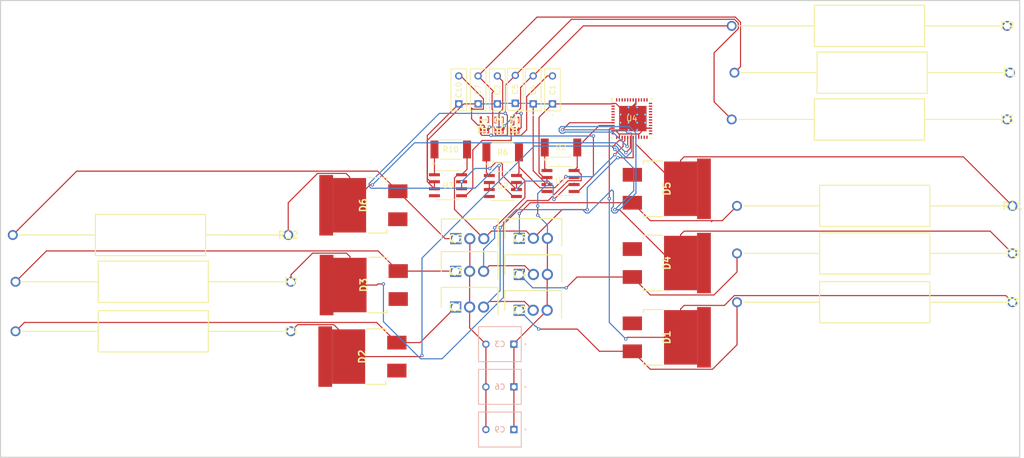
<source format=kicad_pcb>
(kicad_pcb (version 20240108) (generator "pcbnew") (generator_version "8.0")
  (layers (0 "F.Cu" signal) (31 "B.Cu" signal) (34 "B.Paste" user) (35 "F.Paste" user) (36 "B.SilkS" user "B.Silkscreen") (37 "F.SilkS" user "F.Silkscreen") (38 "B.Mask" user) (39 "F.Mask" user) (44 "Edge.Cuts" user))
  (net 0 "")
  (net 1 "Net-(IC3-B)")
  (net 2 "GND")
  (net 3 "Net-(IC2-B)")
  (net 4 "/ATV Motor Driver/Supply")
  (net 5 "Net-(IC1-B)")
  (net 7 "/ATV Motor Driver/GL_A")
  (net 8 "Net-(D1-A)")
  (net 11 "/ATV Motor Driver/GH_A")
  (net 13 "Net-(D2-A)")
  (net 15 "/ATV Motor Driver/GH_B")
  (net 16 "Net-(D3-A)")
  (net 20 "Net-(D4-A)")
  (net 21 "/ATV Motor Driver/GL_B")
  (net 24 "Net-(D5-A)")
  (net 25 "/ATV Motor Driver/GL_C")
  (net 28 "/ATV Motor Driver/GH_C")
  (net 29 "Net-(D6-A)")
  (net 30 "/ATV Motor Driver/VCC")
  (net 31 "/ATV Motor Driver/CURRENT_FILTER")
  (net 32 "/ATV Motor Driver/SH_A")
  (net 33 "/ATV Motor Driver/SH_B")
  (net 34 "/ATV Motor Driver/SH_C")
  (net 35 "/ATV Motor Driver/CURRENT_A")
  (net 36 "/ATV Motor Driver/PH_A")
  (net 37 "/ATV Motor Driver/CURRENT_B")
  (net 38 "/ATV Motor Driver/PH_B")
  (net 39 "/ATV Motor Driver/CURRENT_C")
  (net 40 "/ATV Motor Driver/PH_C")
  (net 41 "/ATV Motor Driver/SW1")
  (net 44 "/ATV Motor Driver/SW2")
  (net 45 "/ATV Motor Driver/SW3")
  (net 47 "/DRV8350rhrgzr/INHA")
  (net 51 "/DRV8350rhrgzr/INHB")
  (net 54 "/DRV8350rhrgzr/INLA")
  (net 55 "/DRV8350rhrgzr/INHC")
  (net 56 "/DRV8350rhrgzr/INLB")
  (net 77 "/DRV8350rhrgzr/INLC")
  (footprint "ATV_Footprint:RES_VMS-R500-1.0-U_IAT" (layer "F.Cu") (at 132.1488 57.105)
    (property "Reference" "R6")
    (property "Value" "VMS-R500-1.0-U")
  )
  (footprint "ATV_Footprint:RESAD5000W100L2000D750" (layer "F.Cu") (at 93.2212 72.105 180)
    (property "Reference" "R12")
    (property "Value" "WHE1K0FET" (hide yes))
  )
  (footprint "ATV_Footprint:CAP_R82E-7P4X2P6-5P0_KEM" (layer "F.Cu") (at 137.685 48.28 90)
    (property "Reference" "C4")
    (property "Value" "R82EC1100AA50J")
  )
  (footprint "ATV_Footprint:RGZ0048L" (layer "F.Cu") (at 155.585001 50.949999)
    (property "Reference" "U4")
    (property "Value" "DRV8350RHRGZR")
  )
  (footprint "ATV_Footprint:YQ30NL10SEFHTL" (layer "F.Cu") (at 106.435 94.2 90)
    (property "Reference" "D2")
    (property "Value" "YQ20NL10SDTL" (hide yes))
  )
  (footprint "ATV_Footprint:TO254P500X1010X2050-3P" (layer "F.Cu") (at 123.645 72.775)
    (property "Reference" "Q5")
    (property "Value" "R6020ENXC7G" (hide yes))
  )
  (footprint "ATV_Footprint:CAP_R82E-7P4X2P6-5P0_KEM" (layer "F.Cu") (at 131.185 48.28 90)
    (property "Reference" "C2")
    (property "Value" "R82EC2150AA50K")
  )
  (footprint "ATV_Footprint:R_8_ADI" (layer "F.Cu") (at 122.2212 63.065)
    (property "Reference" "U3")
    (property "Value" "AD8418WBRZ")
  )
  (footprint "ATV_Footprint:RESAD5000W100L2000D750" (layer "F.Cu") (at 93.7212 89.605 180)
    (property "Reference" "R4")
    (property "Value" "WHE1K0FET" (hide yes))
  )
  (footprint "ATV_Footprint:YQ30NL10SEFHTL" (layer "F.Cu") (at 162.185 63.7 -90)
    (property "Reference" "D5")
    (property "Value" "YQ20NL10SDTL" (hide yes))
  )
  (footprint "ATV_Footprint:YQ30NL10SEFHTL" (layer "F.Cu") (at 106.6084 66.7005 90)
    (property "Reference" "D6")
    (property "Value" "YQ20NL10SDTL" (hide yes))
  )
  (footprint "ATV_Footprint:R_8_ADI" (layer "F.Cu") (at 132.185 63.2)
    (property "Reference" "U2")
    (property "Value" "AD8418WBRZ")
  )
  (footprint "ATV_Footprint:RESAD5000W100L2000D750" (layer "F.Cu") (at 224.2212 42.605 180)
    (property "Reference" "R1")
    (property "Value" "WHE1K0FET" (hide yes))
  )
  (footprint "ATV_Footprint:TO254P500X1010X2050-3P" (layer "F.Cu") (at 135.185 72.7)
    (property "Reference" "Q6")
    (property "Value" "R6020ENXC7G" (hide yes))
  )
  (footprint "ATV_Footprint:RESAD5000W100L2000D750" (layer "F.Cu") (at 93.7212 80.605 180)
    (property "Reference" "R7")
    (property "Value" "WHE1K0FET" (hide yes))
  )
  (footprint "ATV_Footprint:RESAD5000W100L2000D750" (layer "F.Cu") (at 224.685 75.45 180)
    (property "Reference" "R8")
    (property "Value" "WHE1K0FET" (hide yes))
  )
  (footprint "ATV_Footprint:SOT65P210X110-5N" (layer "F.Cu") (at 128.835 52.0956 90)
    (property "Reference" "IC1")
    (property "Value" "SN74LVC1G66DCKR" (hide yes))
  )
  (footprint "ATV_Footprint:YQ30NL10SEFHTL" (layer "F.Cu") (at 106.685 81.2 90)
    (property "Reference" "D3")
    (property "Value" "YQ20NL10SDTL" (hide yes))
  )
  (footprint "ATV_Footprint:YQ30NL10SEFHTL" (layer "F.Cu") (at 162.185 90.7 -90)
    (property "Reference" "D1")
    (property "Value" "YQ20NL10SDTL" (hide yes))
  )
  (footprint "ATV_Footprint:RESAD5000W100L2000D750" (layer "F.Cu") (at 224.685 84.315 180)
    (property "Reference" "R3")
    (property "Value" "WHE1K0FET" (hide yes))
  )
  (footprint "ATV_Footprint:TO254P500X1010X2050-3P" (layer "F.Cu") (at 135.145 85.775)
    (property "Reference" "Q2")
    (property "Value" "R6020ENXC7G" (hide yes))
  )
  (footprint "ATV_Footprint:R_8_ADI" (layer "F.Cu") (at 142.6488 62.295)
    (property "Reference" "U1")
    (property "Value" "AD8418WBRZ")
  )
  (footprint "ATV_Footprint:RES_VMS-R500-1.0-U_IAT" (layer "F.Cu") (at 142.7283 56.2)
    (property "Reference" "R2")
    (property "Value" "VMS-R500-1.0-U")
  )
  (footprint "ATV_Footprint:SOT65P210X110-5N" (layer "F.Cu") (at 134.335 52.1456 90)
    (property "Reference" "IC3")
    (property "Value" "SN74LVC1G66DCKR" (hide yes))
  )
  (footprint "ATV_Footprint:RES_VMS-R500-1.0-U_IAT" (layer "F.Cu") (at 122.7212 56.565)
    (property "Reference" "R10")
    (property "Value" "VMS-R500-1.0-U")
  )
  (footprint "ATV_Footprint:TO254P500X1010X2050-3P" (layer "F.Cu") (at 123.605 78.7)
    (property "Reference" "Q3")
    (property "Value" "R6020ENXC7G" (hide yes))
  )
  (footprint "ATV_Footprint:TO254P500X1010X2050-3P" (layer "F.Cu") (at 135.185 79.275)
    (property "Reference" "Q4")
    (property "Value" "R6020ENXC7G" (hide yes))
  )
  (footprint "ATV_Footprint:YQ30NL10SEFHTL" (layer "F.Cu") (at 162.185 77.2 -90)
    (property "Reference" "D4")
    (property "Value" "YQ20NL10SDTL" (hide yes))
  )
  (footprint "ATV_Footprint:CAP_R82E-7P4X2P6-5P0_KEM" (layer "F.Cu") (at 124.185 48.28 90)
    (property "Reference" "C10")
    (property "Value" "R82EC2150AA50K")
  )
  (footprint "ATV_Footprint:RESAD5000W100L2000D750" (layer "F.Cu") (at 224.685 66.815 180)
    (property "Reference" "R11")
    (property "Value" "WHE1K0FET" (hide yes))
  )
  (footprint "ATV_Footprint:CAP_R82E-7P4X2P6-5P0_KEM" (layer "F.Cu") (at 127.685 48.28 90)
    (property "Reference" "C7")
    (property "Value" "R82EC1100AA50J")
  )
  (footprint "ATV_Footprint:TO254P500X1010X2050-3P" (layer "F.Cu") (at 123.605 85.2)
    (property "Reference" "Q1")
    (property "Value" "R6020ENXC7G" (hide yes))
  )
  (footprint "ATV_Footprint:CAP_R82E-7P4X2P6-5P0_KEM" (layer "F.Cu") (at 141.185 48.28 90)
    (property "Reference" "C1")
    (property "Value" "R82EC2150AA50K")
  )
  (footprint "ATV_Footprint:CAP_R82E-7P4X2P6-5P0_KEM" (layer "F.Cu") (at 134.4386 48.1756 90)
    (property "Reference" "C5")
    (property "Value" "R82EC1100AA50J")
  )
  (footprint "ATV_Footprint:SOT65P210X110-5N" (layer "F.Cu") (at 131.485 52.1456 90)
    (property "Reference" "IC2")
    (property "Value" "SN74LVC1G66DCKR" (hide yes))
  )
  (footprint "ATV_Footprint:RESAD5000W100L2000D750" (layer "F.Cu") (at 223.7212 51.105 180)
    (property "Reference" "R5")
    (property "Value" "WHE1K0FET" (hide yes))
  )
  (footprint "ATV_Footprint:RESAD5000W100L2000D750" (layer "F.Cu") (at 223.7212 34.105 180)
    (property "Reference" "R9")
    (property "Value" "WHE1K0FET" (hide yes))
  )
  (footprint "ATV_Footprint:CAP_R82E-7P5X6P1-5P0_KEM" (layer "B.Cu") (at 134.185 99.7 180)
    (property "Reference" "C6")
    (property "Value" "R82EC4100DQ70J")
  )
  (footprint "ATV_Footprint:CAP_R82E-7P5X6P1-5P0_KEM" (layer "B.Cu") (at 134.185 107.4564 180)
    (property "Reference" "C9")
    (property "Value" "R82EC4100DQ70J")
  )
  (footprint "ATV_Footprint:CAP_R82E-7P5X6P1-5P0_KEM" (layer "B.Cu") (at 134.185 91.9436 180)
    (property "Reference" "C3")
    (property "Value" "R82EC4100DQ70J")
  )
  (gr_rect (start 41 29.5) (end 226 112.5) (stroke (width 0.2)) (fill none) (layer "Edge.Cuts"))
  (segment (start 140.251054 43.2) (end 136.5 46.951054) (width 0.2) (layer "F.Cu") (net 1))
  (segment (start 136.5 46.951054) (end 136.5 52.9806) (width 0.2) (layer "F.Cu") (net 1))
  (segment (start 134.435 53.9956) (end 134.335 53.8956) (width 0.2) (layer "F.Cu") (net 1))
  (segment (start 135.485 53.9956) (end 134.435 53.9956) (width 0.2) (layer "F.Cu") (net 1))
  (segment (start 136.5 52.9806) (end 135.485 53.9956) (width 0.2) (layer "F.Cu") (net 1))
  (segment (start 134.335 53.8956) (end 134.335 53.0956) (width 0.2) (layer "F.Cu") (net 1))
  (segment (start 141.185 43.2) (end 140.251054 43.2) (width 0.2) (layer "F.Cu") (net 1))
  (segment (start 152.185 48.199999) (end 152.705 48.199999) (width 0.2) (layer "F.Cu") (net 2))
  (segment (start 154.935 50.949999) (end 155.025818 50.949999) (width 0.2) (layer "F.Cu") (net 2))
  (segment (start 127.685 48.28) (end 125.1 48.28) (width 0.2) (layer "F.Cu") (net 2))
  (segment (start 134.985 53.0956) (end 135.5 52.5806) (width 0.2) (layer "F.Cu") (net 2))
  (segment (start 153.155821 53.2) (end 154.438003 51.917818) (width 0.2) (layer "F.Cu") (net 2))
  (segment (start 158.5 52.700001) (end 158.985002 52.700001) (width 0.2) (layer "F.Cu") (net 2))
  (segment (start 153.335 53.830003) (end 153.335 54.35) (width 0.2) (layer "F.Cu") (net 2))
  (segment (start 124.185 48.28) (end 118.4668 53.9982) (width 0.2) (layer "F.Cu") (net 2))
  (segment (start 140.225 85.775) (end 140.225 79.315) (width 0.2) (layer "F.Cu") (net 2))
  (segment (start 156.330183 50.759997) (end 156.758817 50.759997) (width 0.2) (layer "F.Cu") (net 2))
  (segment (start 132.4 52.8306) (end 132.135 53.0956) (width 0.2) (layer "F.Cu") (net 2))
  (segment (start 140.265 72.7) (end 140.265 79.275) (width 0.2) (layer "F.Cu") (net 2))
  (segment (start 138.7477 60.8227) (end 139.585 61.66) (width 0.2) (layer "F.Cu") (net 2))
  (segment (start 118.4668 53.9982) (end 118.4668 62.4094) (width 0.2) (layer "F.Cu") (net 2))
  (segment (start 154.084999 49.579998) (end 154.084999 50.099998) (width 0.2) (layer "F.Cu") (net 2))
  (segment (start 125.1 48.28) (end 118.4668 54.9132) (width 0.2) (layer "F.Cu") (net 2))
  (segment (start 132.4 52.291358) (end 132.4 52.8306) (width 0.2) (layer "F.Cu") (net 2))
  (segment (start 156.008002 50.437816) (end 156.330183 50.759997) (width 0.2) (layer "F.Cu") (net 2))
  (segment (start 134.185 107.4564) (end 134.185 99.7) (width 0.2) (layer "F.Cu") (net 2))
  (segment (start 129.735 52.5) (end 129.735 52.7956) (width 0.2) (layer "F.Cu") (net 2))
  (segment (start 119.0462 62.43) (end 119.7574 62.43) (width 0.2) (layer "F.Cu") (net 2))
  (segment (start 152.705 53.2) (end 153.155821 53.2) (width 0.2) (layer "F.Cu") (net 2))
  (segment (start 156.008002 48.67218) (end 156.008002 50.437816) (width 0.2) (layer "F.Cu") (net 2))
  (segment (start 152.104999 48.28) (end 152.185 48.199999) (width 0.2) (layer "F.Cu") (net 2))
  (segment (start 153.335 53.83) (end 152.705 53.2) (width 0.2) (layer "F.Cu") (net 2))
  (segment (start 134.185 91.815) (end 134.185 91.9436) (width 0.2) (layer "F.Cu") (net 2))
  (segment (start 155.025818 50.949999) (end 155.735003 50.240814) (width 0.2) (layer "F.Cu") (net 2))
  (segment (start 156.835001 53.83) (end 156.755002 53.750001) (width 0.2) (layer "F.Cu") (net 2))
  (segment (start 118.4668 54.9132) (end 118.4668 61.8506) (width 0.2) (layer "F.Cu") (net 2))
  (segment (start 158.985002 52.700001) (end 157.965003 52.700001) (width 0.2) (layer "F.Cu") (net 2))
  (segment (start 154.084999 50.099998) (end 154.935 50.949999) (width 0.2) (layer "F.Cu") (net 2))
  (segment (start 157.461002 51.917818) (end 158.243185 52.700001) (width 0.2) (layer "F.Cu") (net 2))
  (segment (start 141.185 48.28) (end 152.104999 48.28) (width 0.2) (layer "F.Cu") (net 2))
  (segment (start 137.685 60.43) (end 140.185 62.93) (width 0.2) (layer "F.Cu") (net 2))
  (segment (start 155.735003 48.669995) (end 156.335002 48.069996) (width 0.2) (layer "F.Cu") (net 2))
  (segment (start 156.335002 48.069996) (end 156.335002 47.549998) (width 0.2) (layer "F.Cu") (net 2))
  (segment (start 156.835001 54.35) (end 156.835001 53.83) (width 0.2) (layer "F.Cu") (net 2))
  (segment (start 118.4668 62.4094) (end 119.7574 63.7) (width 0.2) (layer "F.Cu") (net 2))
  (segment (start 118.4668 61.8506) (end 119.0462 62.43) (width 0.2) (layer "F.Cu") (net 2))
  (segment (start 140.225 79.315) (end 140.265 79.275) (width 0.2) (layer "F.Cu") (net 2))
  (segment (start 154.438003 51.462182) (end 154.950186 50.949999) (width 0.2) (layer "F.Cu") (net 2))
  (segment (start 119.7574 62.43) (end 119.7574 63.7) (width 0.2) (layer "F.Cu") (net 2))
  (segment (start 153.415002 53.750001) (end 153.335 53.830003) (width 0.2) (layer "F.Cu") (net 2))
  (segment (start 152.705 53.2) (end 152.185 53.2) (width 0.2) (layer "F.Cu") (net 2))
  (segment (start 138.7477 50.7173) (end 138.7477 60.8227) (width 0.2) (layer "F.Cu") (net 2))
  (segment (start 156.335002 48.34518) (end 156.008002 48.67218) (width 0.2) (layer "F.Cu") (net 2))
  (segment (start 154.950186 50.949999) (end 155.773002 50.949999) (width 0.2) (layer "F.Cu") (net 2))
  (segment (start 140.185 61.66) (end 140.185 62.93) (width 0.2) (layer "F.Cu") (net 2))
  (segment (start 154.438003 51.917818) (end 154.438003 51.462182) (width 0.2) (layer "F.Cu") (net 2))
  (segment (start 152.705 48.199999) (end 154.084999 49.579998) (width 0.2) (layer "F.Cu") (net 2))
  (segment (start 156.755002 53.750001) (end 153.415002 53.750001) (width 0.2) (layer "F.Cu") (net 2))
  (segment (start 138.5 68.5) (end 138.5 66.84) (width 0.2) (layer "F.Cu") (net 2))
  (segment (start 157.461002 51.462182) (end 157.461002 51.917818) (width 0.2) (layer "F.Cu") (net 2))
  (segment (start 129.735 52.7956) (end 129.485 53.0456) (width 0.2) (layer "F.Cu") (net 2))
  (segment (start 135.5 52.5806) (end 135.5 50) (width 0.2) (layer "F.Cu") (net 2))
  (segment (start 156.335002 47.549998) (end 156.335002 48.34518) (width 0.2) (layer "F.Cu") (net 2))
  (segment (start 137.685 48.28) (end 137.685 60.43) (width 0.2) (layer "F.Cu") (net 2))
  (segment (start 129.7212 62.565) (end 129.7212 63.835) (width 0.2) (layer "F.Cu") (net 2))
  (segment (start 139.585 61.66) (end 140.185 61.66) (width 0.2) (layer "F.Cu") (net 2))
  (segment (start 134.185 91.9436) (end 134.185 99.7) (width 0.2) (layer "F.Cu") (net 2))
  (segment (start 153.335 54.35) (end 153.335 53.83) (width 0.2) (layer "F.Cu") (net 2))
  (segment (start 141.185 48.28) (end 138.7477 50.7173) (width 0.2) (layer "F.Cu") (net 2))
  (segment (start 140.225 85.775) (end 134.185 91.815) (width 0.2) (layer "F.Cu") (net 2))
  (segment (start 157.965003 52.700001) (end 156.835001 53.830003) (width 0.2) (layer "F.Cu") (net 2))
  (segment (start 155.735003 50.240814) (end 155.735003 48.669995) (width 0.2) (layer "F.Cu") (net 2))
  (segment (start 156.758817 50.759997) (end 157.461002 51.462182) (width 0.2) (layer "F.Cu") (net 2))
  (segment (start 158.243185 52.700001) (end 158.5 52.700001) (width 0.2) (layer "F.Cu") (net 2))
  (segment (start 156.835001 53.830003) (end 156.835001 54.35) (width 0.2) (layer "F.Cu") (net 2))
  (via (at 129.735 52.5) (size 0.6) (drill 0.3) (layers "F.Cu" "B.Cu") (net 2))
  (via (at 132.4 52.291358) (size 0.6) (drill 0.3) (layers "F.Cu" "B.Cu") (net 2))
  (via (at 135.5 50) (size 0.6) (drill 0.3) (layers "F.Cu" "B.Cu") (net 2))
  (via (at 138.5 66.84) (size 0.6) (drill 0.3) (layers "F.Cu" "B.Cu") (net 2))
  (via (at 138.5 68.5) (size 0.6) (drill 0.3) (layers "F.Cu" "B.Cu") (net 2))
  (via (at 140.185 62.9094) (size 0.6) (drill 0.3) (layers "F.Cu" "B.Cu") (net 2))
  (segment (start 135.5 50) (end 134.691358 50) (width 0.2) (layer "B.Cu") (net 2))
  (segment (start 138.5 66.84) (end 138.5 64.5944) (width 0.2) (layer "B.Cu") (net 2))
  (segment (start 137.685 48.28) (end 141.185 48.28) (width 0.2) (layer "B.Cu") (net 2))
  (segment (start 138.5 64.5944) (end 140.185 62.9094) (width 0.2) (layer "B.Cu") (net 2))
  (segment (start 127.685 48.28) (end 131.185 48.28) (width 0.2) (layer "B.Cu") (net 2))
  (segment (start 132.191358 52.5) (end 129.735 52.5) (width 0.2) (layer "B.Cu") (net 2))
  (segment (start 132.4 52.291358) (end 132.191358 52.5) (width 0.2) (layer "B.Cu") (net 2))
  (segment (start 140.265 72.7) (end 140.265 70.265) (width 0.2) (layer "B.Cu") (net 2))
  (segment (start 131.3694 48.1756) (end 134.4386 48.1756) (width 0.2) (layer "B.Cu") (net 2))
  (segment (start 140.265 70.265) (end 138.5 68.5) (width 0.2) (layer "B.Cu") (net 2))
  (segment (start 131.185 48.28) (end 131.265 48.28) (width 0.2) (layer "B.Cu") (net 2))
  (segment (start 134.4386 48.1756) (end 137.5806 48.1756) (width 0.2) (layer "B.Cu") (net 2))
  (segment (start 134.691358 50) (end 132.4 52.291358) (width 0.2) (layer "B.Cu") (net 2))
  (segment (start 137.5806 48.1756) (end 137.685 48.28) (width 0.2) (layer "B.Cu") (net 2))
  (segment (start 131.265 48.28) (end 131.3694 48.1756) (width 0.2) (layer "B.Cu") (net 2))
  (segment (start 132.1454 49.2396) (end 131.485 49.9) (width 0.2) (layer "F.Cu") (net 3))
  (segment (start 131.185 43.2) (end 132.1454 44.1604) (width 0.2) (layer "F.Cu") (net 3))
  (segment (start 131.485 49.9) (end 131.485 53.0956) (width 0.2) (layer "F.Cu") (net 3))
  (segment (start 132.1454 44.1604) (end 132.1454 49.2396) (width 0.2) (layer "F.Cu") (net 3))
  (segment (start 126.185 78.66) (end 126.145 78.7) (width 0.2) (layer "F.Cu") (net 4))
  (segment (start 126.145 78.7) (end 126.145 85.2) (width 0.2) (layer "F.Cu") (net 4))
  (segment (start 129.105 91.9436) (end 129.105 99.7) (width 0.2) (layer "F.Cu") (net 4))
  (segment (start 126.145 88.9836) (end 129.105 91.9436) (width 0.2) (layer "F.Cu") (net 4))
  (segment (start 126.145 85.2) (end 126.145 88.9836) (width 0.2) (layer "F.Cu") (net 4))
  (segment (start 126.185 72.775) (end 126.185 78.66) (width 0.2) (layer "F.Cu") (net 4))
  (segment (start 129.105 107.4564) (end 129.105 99.7) (width 0.2) (layer "F.Cu") (net 4))
  (segment (start 128.6454 49.2404) (end 126.7246 49.2404) (width 0.2) (layer "F.Cu") (net 5))
  (segment (start 128.685 52.1456) (end 128.835 52.2956) (width 0.2) (layer "F.Cu") (net 5))
  (segment (start 127.6456 52.1456) (end 128.685 52.1456) (width 0.2) (layer "F.Cu") (net 5))
  (segment (start 126.5 49.0158) (end 126.5 51) (width 0.2) (layer "F.Cu") (net 5))
  (segment (start 126.5 51) (end 127.6456 52.1456) (width 0.2) (layer "F.Cu") (net 5))
  (segment (start 124.5258 43.2) (end 128.6454 47.3196) (width 0.2) (layer "F.Cu") (net 5))
  (segment (start 128.835 52.2956) (end 128.835 53.0456) (width 0.2) (layer "F.Cu") (net 5))
  (segment (start 126.7246 49.2404) (end 126.5 49.0158) (width 0.2) (layer "F.Cu") (net 5))
  (segment (start 124.185 43.2) (end 124.5258 43.2) (width 0.2) (layer "F.Cu") (net 5))
  (segment (start 128.6454 47.3196) (end 128.6454 49.2404) (width 0.2) (layer "F.Cu") (net 5))
  (segment (start 165.085 84.9) (end 164.435 85.55) (width 0.2) (layer "F.Cu") (net 7))
  (segment (start 164.435 85.55) (end 164.435 90.7) (width 0.2) (layer "F.Cu") (net 7))
  (segment (start 151.685001 52.700001) (end 151.5 52.885002) (width 0.2) (layer "F.Cu") (net 7))
  (segment (start 224.685 84.315) (end 223.485 83.115) (width 0.2) (layer "F.Cu") (net 7))
  (segment (start 152.185 52.700001) (end 151.685001 52.700001) (width 0.2) (layer "F.Cu") (net 7))
  (segment (start 154.5 91) (end 154.8 90.7) (width 0.2) (layer "F.Cu") (net 7))
  (segment (start 151.5 52.885002) (end 151.5 65.5) (width 0.2) (layer "F.Cu") (net 7))
  (segment (start 154.8 90.7) (end 164.435 90.7) (width 0.2) (layer "F.Cu") (net 7))
  (segment (start 174.187943 83.115) (end 172.402943 84.9) (width 0.2) (layer "F.Cu") (net 7))
  (segment (start 172.402943 84.9) (end 165.085 84.9) (width 0.2) (layer "F.Cu") (net 7))
  (segment (start 223.485 83.115) (end 174.187943 83.115) (width 0.2) (layer "F.Cu") (net 7))
  (via (at 151.5 65.5) (size 0.6) (drill 0.3) (layers "F.Cu" "B.Cu") (net 7))
  (via (at 154.5 91) (size 0.6) (drill 0.3) (layers "F.Cu" "B.Cu") (net 7))
  (segment (start 151.5 65.5) (end 151.5 88) (width 0.2) (layer "B.Cu") (net 7))
  (segment (start 151.5 88) (end 154.5 91) (width 0.2) (layer "B.Cu") (net 7))
  (segment (start 145.685 89.2) (end 138.685 89.2) (width 0.2) (layer "F.Cu") (net 8))
  (segment (start 149.725 93.24) (end 145.685 89.2) (width 0.2) (layer "F.Cu") (net 8))
  (segment (start 174.685 92.05) (end 170.235 96.5) (width 0.2) (layer "F.Cu") (net 8))
  (segment (start 174.685 84.315) (end 174.685 92.05) (width 0.2) (layer "F.Cu") (net 8))
  (segment (start 155.685 93.24) (end 155.685 93.45) (width 0.2) (layer "F.Cu") (net 8))
  (segment (start 155.685 93.24) (end 149.725 93.24) (width 0.2) (layer "F.Cu") (net 8))
  (segment (start 170.235 96.5) (end 158.945 96.5) (width 0.2) (layer "F.Cu") (net 8))
  (segment (start 158.945 96.5) (end 155.685 93.24) (width 0.2) (layer "F.Cu") (net 8))
  (via (at 138.685 89.2) (size 0.6) (drill 0.3) (layers "F.Cu" "B.Cu") (net 8))
  (segment (start 138.07 88.7) (end 135.145 85.775) (width 0.2) (layer "B.Cu") (net 8))
  (segment (start 138.685 89.2) (end 138.185 88.7) (width 0.2) (layer "B.Cu") (net 8))
  (segment (start 138.185 88.7) (end 138.07 88.7) (width 0.2) (layer "B.Cu") (net 8))
  (segment (start 101.485 88.4) (end 104.185 91.1) (width 0.2) (layer "F.Cu") (net 11))
  (segment (start 104.185 91.1) (end 104.185 94.2) (width 0.2) (layer "F.Cu") (net 11))
  (segment (start 117.5 94) (end 117.3 94.2) (width 0.2) (layer "F.Cu") (net 11))
  (segment (start 93.7212 89.605) (end 94.9262 88.4) (width 0.2) (layer "F.Cu") (net 11))
  (segment (start 117.3 94.2) (end 104.185 94.2) (width 0.2) (layer "F.Cu") (net 11))
  (segment (start 144.3 51.7) (end 143 53) (width 0.2) (layer "F.Cu") (net 11))
  (segment (start 94.9262 88.4) (end 101.485 88.4) (width 0.2) (layer "F.Cu") (net 11))
  (segment (start 152.185 51.7) (end 144.3 51.7) (width 0.2) (layer "F.Cu") (net 11))
  (via (at 143 53) (size 0.6) (drill 0.3) (layers "F.Cu" "B.Cu") (net 11))
  (via (at 117.5 94) (size 0.6) (drill 0.3) (layers "F.Cu" "B.Cu") (net 11))
  (segment (start 154.438003 53.227818) (end 154.777344 53.567159) (width 0.2) (layer "B.Cu") (net 11))
  (segment (start 137.847154 55.947846) (end 117.5 76.295) (width 0.2) (layer "B.Cu") (net 11))
  (segment (start 154.50892 57.99108) (end 153.1 56.58216) (width 0.2) (layer "B.Cu") (net 11))
  (segment (start 155.535001 53.567159) (end 155.535001 56.964999) (width 0.2) (layer "B.Cu") (net 11))
  (segment (start 154.438003 53) (end 154.438003 53.227818) (width 0.2) (layer "B.Cu") (net 11))
  (segment (start 154.777344 53.567159) (end 155.535001 53.567159) (width 0.2) (layer "B.Cu") (net 11))
  (segment (start 143 53) (end 154.438003 53) (width 0.2) (layer "B.Cu") (net 11))
  (segment (start 153.1 56.299317) (end 152.748529 55.947846) (width 0.2) (layer "B.Cu") (net 11))
  (segment (start 117.5 76.295) (end 117.5 94) (width 0.2) (layer "B.Cu") (net 11))
  (segment (start 152.748529 55.947846) (end 137.847154 55.947846) (width 0.2) (layer "B.Cu") (net 11))
  (segment (start 153.1 56.58216) (end 153.1 56.299317) (width 0.2) (layer "B.Cu") (net 11))
  (segment (start 155.535001 56.964999) (end 154.50892 57.99108) (width 0.2) (layer "B.Cu") (net 11))
  (segment (start 112.935 91.66) (end 117.145 91.66) (width 0.2) (layer "F.Cu") (net 13))
  (segment (start 43.7212 89.605) (end 45.3262 88) (width 0.2) (layer "F.Cu") (net 13))
  (segment (start 109.275 88) (end 112.935 91.66) (width 0.2) (layer "F.Cu") (net 13))
  (segment (start 45.3262 88) (end 109.275 88) (width 0.2) (layer "F.Cu") (net 13))
  (segment (start 117.145 91.66) (end 123.605 85.2) (width 0.2) (layer "F.Cu") (net 13))
  (segment (start 154.835003 55.899998) (end 154.735001 56) (width 0.2) (layer "F.Cu") (net 15))
  (segment (start 110.5 81) (end 109.5 81) (width 0.2) (layer "F.Cu") (net 15))
  (segment (start 97.653408 75.4) (end 103.785 75.4) (width 0.2) (layer "F.Cu") (net 15))
  (segment (start 154.835003 54.35) (end 154.835003 55.899998) (width 0.2) (layer "F.Cu") (net 15))
  (segment (start 109.5 81) (end 109.3 81.2) (width 0.2) (layer "F.Cu") (net 15))
  (segment (start 93.7212 79.332208) (end 97.653408 75.4) (width 0.2) (layer "F.Cu") (net 15))
  (segment (start 93.7212 80.605) (end 93.7212 79.332208) (width 0.2) (layer "F.Cu") (net 15))
  (segment (start 109.3 81.2) (end 104.435 81.2) (width 0.2) (layer "F.Cu") (net 15))
  (segment (start 103.785 75.4) (end 104.435 76.05) (width 0.2) (layer "F.Cu") (net 15))
  (segment (start 104.435 76.05) (end 104.435 81.2) (width 0.2) (layer "F.Cu") (net 15))
  (via (at 110.5 81) (size 0.6) (drill 0.3) (layers "F.Cu" "B.Cu") (net 15))
  (via (at 154.735001 56) (size 0.6) (drill 0.3) (layers "F.Cu" "B.Cu") (net 15))
  (segment (start 151.9 67.251471) (end 152.251471 66.9) (width 0.2) (layer "B.Cu") (net 15))
  (segment (start 155.165819 52.4) (end 156.335001 53.569182) (width 0.2) (layer "B.Cu") (net 15))
  (segment (start 151.949216 63.899313) (end 147.748529 68.1) (width 0.2) (layer "B.Cu") (net 15))
  (segment (start 132.285 83.456156) (end 121.141156 94.6) (width 0.2) (layer "B.Cu") (net 15))
  (segment (start 146.651471 67.5) (end 134.621029 67.5) (width 0.2) (layer "B.Cu") (net 15))
  (segment (start 152.251471 68.1) (end 151.9 67.748529) (width 0.2) (layer "B.Cu") (net 15))
  (segment (start 147.748529 68.1) (end 147.251471 68.1) (width 0.2) (layer "B.Cu") (net 15))
  (segment (start 121.141156 94.6) (end 117.251471 94.6) (width 0.2) (layer "B.Cu") (net 15))
  (segment (start 152.135001 53.4) (end 143.448529 53.4) (width 0.2) (layer "B.Cu") (net 15))
  (segment (start 143.448529 53.4) (end 143.248529 53.6) (width 0.2) (layer "B.Cu") (net 15))
  (segment (start 134.621029 67.5) (end 132.285 69.836029) (width 0.2) (layer "B.Cu") (net 15))
  (segment (start 143.248529 53.6) (end 142.751471 53.6) (width 0.2) (layer "B.Cu") (net 15))
  (segment (start 156.335001 53.569182) (end 156.335001 64.513528) (width 0.2) (layer "B.Cu") (net 15))
  (segment (start 142.4 53.248529) (end 142.4 52.751471) (width 0.2) (layer "B.Cu") (net 15))
  (segment (start 132.285 69.836029) (end 132.285 83.456156) (width 0.2) (layer "B.Cu") (net 15))
  (segment (start 152.251471 66.9) (end 152.251471 64.201568) (width 0.2) (layer "B.Cu") (net 15))
  (segment (start 156.335001 64.513528) (end 152.748529 68.1) (width 0.2) (layer "B.Cu") (net 15))
  (segment (start 154.735001 56) (end 152.135001 53.4) (width 0.2) (layer "B.Cu") (net 15))
  (segment (start 147.251471 68.1) (end 146.651471 67.5) (width 0.2) (layer "B.Cu") (net 15))
  (segment (start 142.751471 52.4) (end 155.165819 52.4) (width 0.2) (layer "B.Cu") (net 15))
  (segment (start 152.748529 68.1) (end 152.251471 68.1) (width 0.2) (layer "B.Cu") (net 15))
  (segment (start 110.5 87.848529) (end 110.5 81) (width 0.2) (layer "B.Cu") (net 15))
  (segment (start 142.751471 53.6) (end 142.4 53.248529) (width 0.2) (layer "B.Cu") (net 15))
  (segment (start 152.251471 64.201568) (end 151.949216 63.899313) (width 0.2) (layer "B.Cu") (net 15))
  (segment (start 151.9 67.748529) (end 151.9 67.251471) (width 0.2) (layer "B.Cu") (net 15))
  (segment (start 142.4 52.751471) (end 142.751471 52.4) (width 0.2) (layer "B.Cu") (net 15))
  (segment (start 117.251471 94.6) (end 110.5 87.848529) (width 0.2) (layer "B.Cu") (net 15))
  (segment (start 113.185 78.66) (end 123.565 78.66) (width 0.2) (layer "F.Cu") (net 16))
  (segment (start 49.3262 75) (end 109.525 75) (width 0.2) (layer "F.Cu") (net 16))
  (segment (start 43.7212 80.605) (end 49.3262 75) (width 0.2) (layer "F.Cu") (net 16))
  (segment (start 123.565 78.66) (end 123.605 78.7) (width 0.2) (layer "F.Cu") (net 16))
  (segment (start 109.525 75) (end 113.185 78.66) (width 0.2) (layer "F.Cu") (net 16))
  (segment (start 158.945 83) (end 155.685 79.74) (width 0.2) (layer "F.Cu") (net 20))
  (segment (start 174.685 78.815) (end 170.5 83) (width 0.2) (layer "F.Cu") (net 20))
  (segment (start 145.645 79.74) (end 143.685 81.7) (width 0.2) (layer "F.Cu") (net 20))
  (segment (start 170.5 83) (end 158.945 83) (width 0.2) (layer "F.Cu") (net 20))
  (segment (start 174.685 75.45) (end 174.685 78.815) (width 0.2) (layer "F.Cu") (net 20))
  (segment (start 155.685 79.74) (end 145.645 79.74) (width 0.2) (layer "F.Cu") (net 20))
  (via (at 143.685 81.7) (size 0.6) (drill 0.3) (layers "F.Cu" "B.Cu") (net 20))
  (segment (start 137.61 81.7) (end 135.185 79.275) (width 0.2) (layer "B.Cu") (net 20))
  (segment (start 143.685 81.7) (end 137.61 81.7) (width 0.2) (layer "B.Cu") (net 20))
  (segment (start 153.835002 54.869997) (end 153.835002 54.35) (width 0.2) (layer "F.Cu") (net 21))
  (segment (start 153.235003 54.949999) (end 153.755 54.949999) (width 0.2) (layer "F.Cu") (net 21))
  (segment (start 152.068578 56.116424) (end 153.235003 54.949999) (width 0.2) (layer "F.Cu") (net 21))
  (segment (start 224.685 75.45) (end 220.635 71.4) (width 0.2) (layer "F.Cu") (net 21))
  (segment (start 153.755 54.949999) (end 153.835002 54.869997) (width 0.2) (layer "F.Cu") (net 21))
  (segment (start 164.435 72.05) (end 164.435 77.2) (width 0.2) (layer "F.Cu") (net 21))
  (segment (start 165.085 71.4) (end 164.435 72.05) (width 0.2) (layer "F.Cu") (net 21))
  (segment (start 164.435 77.2) (end 163.045 77.2) (width 0.2) (layer "F.Cu") (net 21))
  (segment (start 163.045 77.2) (end 153.345 67.5) (width 0.2) (layer "F.Cu") (net 21))
  (segment (start 153.345 67.5) (end 152.5 67.5) (width 0.2) (layer "F.Cu") (net 21))
  (segment (start 220.635 71.4) (end 165.085 71.4) (width 0.2) (layer "F.Cu") (net 21))
  (segment (start 152.5 56.547846) (end 152.068578 56.116424) (width 0.2) (layer "F.Cu") (net 21))
  (via (at 152.5 56.547846) (size 0.6) (drill 0.3) (layers "F.Cu" "B.Cu") (net 21))
  (via (at 152.5 67.5) (size 0.6) (drill 0.3) (layers "F.Cu" "B.Cu") (net 21))
  (segment (start 155.935001 64.064999) (end 155.935001 59.982847) (width 0.2) (layer "B.Cu") (net 21))
  (segment (start 155.935001 59.982847) (end 152.5 56.547846) (width 0.2) (layer "B.Cu") (net 21))
  (segment (start 152.5 67.5) (end 155.935001 64.064999) (width 0.2) (layer "B.Cu") (net 21))
  (segment (start 137.145 66.24) (end 135.185 68.2) (width 0.2) (layer "F.Cu") (net 24))
  (segment (start 174.685 66.815) (end 172 69.5) (width 0.2) (layer "F.Cu") (net 24))
  (segment (start 147.76 66.24) (end 137.145 66.24) (width 0.2) (layer "F.Cu") (net 24))
  (segment (start 172 69.5) (end 158.945 69.5) (width 0.2) (layer "F.Cu") (net 24))
  (segment (start 158.945 69.5) (end 155.685 66.24) (width 0.2) (layer "F.Cu") (net 24))
  (segment (start 170.235 69.5) (end 170.035 69.7) (width 0.2) (layer "F.Cu") (net 24))
  (segment (start 155.685 66.24) (end 147.76 66.24) (width 0.2) (layer "F.Cu") (net 24))
  (via (at 135.185 68.2) (size 0.6) (drill 0.3) (layers "F.Cu" "B.Cu") (net 24))
  (segment (start 135.185 68.2) (end 135.185 72.7) (width 0.2) (layer "B.Cu") (net 24))
  (segment (start 164.435 58.55) (end 164.435 63.7) (width 0.2) (layer "F.Cu") (net 25))
  (segment (start 215.77 57.9) (end 165.085 57.9) (width 0.2) (layer "F.Cu") (net 25))
  (segment (start 156.335002 55.600002) (end 156.335002 54.35) (width 0.2) (layer "F.Cu") (net 25))
  (segment (start 164.435 63.7) (end 156.335002 55.600002) (width 0.2) (layer "F.Cu") (net 25))
  (segment (start 165.085 57.9) (end 164.435 58.55) (width 0.2) (layer "F.Cu") (net 25))
  (segment (start 224.685 66.815) (end 215.77 57.9) (width 0.2) (layer "F.Cu") (net 25))
  (segment (start 93.2212 72.105) (end 93.2212 66.2377) (width 0.2) (layer "F.Cu") (net 28))
  (segment (start 93.2212 66.2377) (end 98.5584 60.9005) (width 0.2) (layer "F.Cu") (net 28))
  (segment (start 108.0589 63) (end 104.3584 66.7005) (width 0.2) (layer "F.Cu") (net 28))
  (segment (start 98.5584 60.9005) (end 103.7084 60.9005) (width 0.2) (layer "F.Cu") (net 28))
  (segment (start 104.3584 61.5505) (end 104.3584 66.7005) (width 0.2) (layer "F.Cu") (net 28))
  (segment (start 155.335001 56.316469) (end 155.335001 54.35) (width 0.2) (layer "F.Cu") (net 28))
  (segment (start 154.50892 57.14255) (end 155.335001 56.316469) (width 0.2) (layer "F.Cu") (net 28))
  (segment (start 108.5 63) (end 108.0589 63) (width 0.2) (layer "F.Cu") (net 28))
  (segment (start 103.7084 60.9005) (end 104.3584 61.5505) (width 0.2) (layer "F.Cu") (net 28))
  (via (at 108.5 63) (size 0.6) (drill 0.3) (layers "F.Cu" "B.Cu") (net 28))
  (via (at 154.50892 57.14255) (size 0.6) (drill 0.3) (layers "F.Cu" "B.Cu") (net 28))
  (segment (start 152.714216 55.347846) (end 116.152154 55.347846) (width 0.2) (layer "B.Cu") (net 28))
  (segment (start 154.50892 57.14255) (end 152.714216 55.347846) (width 0.2) (layer "B.Cu") (net 28))
  (segment (start 116.152154 55.347846) (end 108.5 63) (width 0.2) (layer "B.Cu") (net 28))
  (segment (start 43.2212 72.105) (end 54.8257 60.5005) (width 0.2) (layer "F.Cu") (net 29))
  (segment (start 113.1084 64.1605) (end 121.7229 72.775) (width 0.2) (layer "F.Cu") (net 29))
  (segment (start 54.8257 60.5005) (end 109.4484 60.5005) (width 0.2) (layer "F.Cu") (net 29))
  (segment (start 109.4484 60.5005) (end 113.1084 64.1605) (width 0.2) (layer "F.Cu") (net 29))
  (segment (start 121.7229 72.775) (end 123.645 72.775) (width 0.2) (layer "F.Cu") (net 29))
  (segment (start 134.6488 62.565) (end 134.6488 63.835) (width 0.2) (layer "F.Cu") (net 30))
  (segment (start 130.8921 58.9) (end 129.7921 60) (width 0.2) (layer "F.Cu") (net 30))
  (segment (start 134.6488 63.835) (end 132.1 61.2862) (width 0.2) (layer "F.Cu") (net 30))
  (segment (start 132.1 61.2862) (end 132.1 59.251471) (width 0.2) (layer "F.Cu") (net 30))
  (segment (start 145.1126 62.93) (end 144.173527 62.93) (width 0.2) (layer "F.Cu") (net 30))
  (segment (start 131.748529 58.9) (end 130.8921 58.9) (width 0.2) (layer "F.Cu") (net 30))
  (segment (start 145.1126 62.93) (end 145.1126 62.6394) (width 0.2) (layer "F.Cu") (net 30))
  (segment (start 124.685 62.43) (end 124.685 63.7) (width 0.2) (layer "F.Cu") (net 30))
  (segment (start 144.173527 62.93) (end 141.463527 65.64) (width 0.2) (layer "F.Cu") (net 30))
  (segment (start 132.1 59.251471) (end 131.748529 58.9) (width 0.2) (layer "F.Cu") (net 30))
  (via (at 129.7921 60) (size 0.6) (drill 0.3) (layers "F.Cu" "B.Cu") (net 30))
  (via (at 141.463527 65.64) (size 0.6) (drill 0.3) (layers "F.Cu" "B.Cu") (net 30))
  (via (at 124.685 62.43) (size 0.6) (drill 0.3) (layers "F.Cu" "B.Cu") (net 30))
  (via (at 134.6488 63.835) (size 0.6) (drill 0.3) (layers "F.Cu" "B.Cu") (net 30))
  (segment (start 129.7921 60) (end 127.115 60) (width 0.2) (layer "B.Cu") (net 30))
  (segment (start 141.323527 63.199398) (end 140.433529 62.3094) (width 0.2) (layer "B.Cu") (net 30))
  (segment (start 140.433529 62.3094) (end 136.1744 62.3094) (width 0.2) (layer "B.Cu") (net 30))
  (segment (start 141.323527 65.5) (end 141.323527 63.199398) (width 0.2) (layer "B.Cu") (net 30))
  (segment (start 141.463527 65.64) (end 141.323527 65.5) (width 0.2) (layer "B.Cu") (net 30))
  (segment (start 136.1744 62.3094) (end 134.6488 63.835) (width 0.2) (layer "B.Cu") (net 30))
  (segment (start 127.115 60) (end 124.685 62.43) (width 0.2) (layer "B.Cu") (net 30))
  (segment (start 149.685001 52.199999) (end 152.185 52.199999) (width 0.2) (layer "F.Cu") (net 32))
  (segment (start 144.0156 62.2394) (end 140.415 65.84) (width 0.2) (layer "F.Cu") (net 32))
  (segment (start 145.685 59.8176) (end 145.1126 60.39) (width 0.2) (layer "F.Cu") (net 32))
  (segment (start 145.1126 60.39) (end 145.7126 60.39) (width 0.2) (layer "F.Cu") (net 32))
  (segment (start 145.7126 60.39) (end 146.4032 61.0806) (width 0.2) (layer "F.Cu") (net 32))
  (segment (start 128.685 85.2) (end 129.6975 84.1875) (width 0.2) (layer "F.Cu") (net 32))
  (segment (start 145.685 56.2) (end 149.685001 52.199999) (width 0.2) (layer "F.Cu") (net 32))
  (segment (start 146.4032 61.0806) (end 146.4032 62.2394) (width 0.2) (layer "F.Cu") (net 32))
  (segment (start 140.415 65.84) (end 136.6325 65.84) (width 0.2) (layer "F.Cu") (net 32))
  (segment (start 136.0975 84.1875) (end 137.685 85.775) (width 0.2) (layer "F.Cu") (net 32))
  (segment (start 129.6975 84.1875) (end 136.0975 84.1875) (width 0.2) (layer "F.Cu") (net 32))
  (segment (start 136.6325 65.84) (end 131.685 70.7875) (width 0.2) (layer "F.Cu") (net 32))
  (segment (start 146.4032 62.2394) (end 144.0156 62.2394) (width 0.2) (layer "F.Cu") (net 32))
  (segment (start 145.685 56.2) (end 145.685 59.8176) (width 0.2) (layer "F.Cu") (net 32))
  (via (at 131.685 70.7875) (size 0.6) (drill 0.3) (layers "F.Cu" "B.Cu") (net 32))
  (segment (start 131.685 82.2) (end 128.685 85.2) (width 0.2) (layer "B.Cu") (net 32))
  (segment (start 131.685 70.7875) (end 131.685 82.2) (width 0.2) (layer "B.Cu") (net 32))
  (segment (start 154 56) (end 154 55.270685) (width 0.2) (layer "F.Cu") (net 33))
  (segment (start 128.685 78.7) (end 129.6975 77.6875) (width 0.2) (layer "F.Cu") (net 33))
  (segment (start 135.2488 61.295) (end 136.185 62.2312) (width 0.2) (layer "F.Cu") (net 33))
  (segment (start 135.1055 60.8383) (end 134.6488 61.295) (width 0.2) (layer "F.Cu") (net 33))
  (segment (start 141.612598 63.5094) (end 143.621998 61.5) (width 0.2) (layer "F.Cu") (net 33))
  (segment (start 136.185 65.2875) (end 130.685 70.7875) (width 0.2) (layer "F.Cu") (net 33))
  (segment (start 138.8944 63.5094) (end 141.612598 63.5094) (width 0.2) (layer "F.Cu") (net 33))
  (segment (start 136.1375 77.6875) (end 137.725 79.275) (width 0.2) (layer "F.Cu") (net 33))
  (segment (start 135.1055 57.105) (end 135.1055 60.8383) (width 0.2) (layer "F.Cu") (net 33))
  (segment (start 134.6488 61.295) (end 135.2488 61.295) (width 0.2) (layer "F.Cu") (net 33))
  (segment (start 135.1055 57.105) (end 135.1055 59.7205) (width 0.2) (layer "F.Cu") (net 33))
  (segment (start 129.6975 77.6875) (end 136.1375 77.6875) (width 0.2) (layer "F.Cu") (net 33))
  (segment (start 152.5 57.5) (end 154 56) (width 0.2) (layer "F.Cu") (net 33))
  (segment (start 135.1055 59.7205) (end 138.8944 63.5094) (width 0.2) (layer "F.Cu") (net 33))
  (segment (start 154 55.270685) (end 154.335001 54.935684) (width 0.2) (layer "F.Cu") (net 33))
  (segment (start 154.335001 54.935684) (end 154.335001 54.35) (width 0.2) (layer "F.Cu") (net 33))
  (segment (start 136.185 62.2312) (end 136.185 65.2875) (width 0.2) (layer "F.Cu") (net 33))
  (via (at 130.685 70.7875) (size 0.6) (drill 0.3) (layers "F.Cu" "B.Cu") (net 33))
  (via (at 143.621998 61.5) (size 0.6) (drill 0.3) (layers "F.Cu" "B.Cu") (net 33))
  (via (at 152.5 57.5) (size 0.6) (drill 0.3) (layers "F.Cu" "B.Cu") (net 33))
  (segment (start 130.685 70.7875) (end 130.685 72.671156) (width 0.2) (layer "B.Cu") (net 33))
  (segment (start 130.685 72.671156) (end 128.685 74.671156) (width 0.2) (layer "B.Cu") (net 33))
  (segment (start 143.621998 61.5) (end 148.5 61.5) (width 0.2) (layer "B.Cu") (net 33))
  (segment (start 148.5 61.5) (end 152.5 57.5) (width 0.2) (layer "B.Cu") (net 33))
  (segment (start 128.685 74.671156) (end 128.685 78.7) (width 0.2) (layer "B.Cu") (net 33))
  (segment (start 155.835001 58.065687) (end 155.835001 54.35) (width 0.2) (layer "F.Cu") (net 34))
  (segment (start 137.725 72.7) (end 142.925 67.5) (width 0.2) (layer "F.Cu") (net 34))
  (segment (start 142.925 67.5) (end 147.5 67.5) (width 0.2) (layer "F.Cu") (net 34))
  (segment (start 130.1125 71.3875) (end 136.4125 71.3875) (width 0.2) (layer "F.Cu") (net 34))
  (segment (start 128.725 72.775) (end 123.3944 67.4444) (width 0.2) (layer "F.Cu") (net 34))
  (segment (start 136.4125 71.3875) (end 137.725 72.7) (width 0.2) (layer "F.Cu") (net 34))
  (segment (start 153.065687 58.065687) (end 155.835001 58.065687) (width 0.2) (layer "F.Cu") (net 34))
  (segment (start 125.6779 60.1671) (end 124.685 61.16) (width 0.2) (layer "F.Cu") (net 34))
  (segment (start 125.6779 56.565) (end 125.6779 60.1671) (width 0.2) (layer "F.Cu") (net 34))
  (segment (start 123.3944 61.7394) (end 123.9738 61.16) (width 0.2) (layer "F.Cu") (net 34))
  (segment (start 123.3944 67.4444) (end 123.3944 61.7394) (width 0.2) (layer "F.Cu") (net 34))
  (segment (start 128.725 72.775) (end 130.1125 71.3875) (width 0.2) (layer "F.Cu") (net 34))
  (segment (start 123.9738 61.16) (end 124.685 61.16) (width 0.2) (layer "F.Cu") (net 34))
  (via (at 153.065687 58.065687) (size 0.6) (drill 0.3) (layers "F.Cu" "B.Cu") (net 34))
  (via (at 147.5 67.5) (size 0.6) (drill 0.3) (layers "F.Cu" "B.Cu") (net 34))
  (segment (start 147.5 63.5) (end 147.5 67.5) (width 0.2) (layer "B.Cu") (net 34))
  (segment (start 153 58) (end 147.5 63.5) (width 0.2) (layer "B.Cu") (net 34))
  (segment (start 153 58) (end 153.065687 58.065687) (width 0.2) (layer "B.Cu") (net 34))
  (segment (start 139.7716 56.2) (end 139.7716 59.9766) (width 0.2) (layer "F.Cu") (net 36))
  (segment (start 139.7716 59.9766) (end 140.185 60.39) (width 0.2) (layer "F.Cu") (net 36))
  (segment (start 129.1921 57.105) (end 129.1921 60.7659) (width 0.2) (layer "F.Cu") (net 38))
  (segment (start 129.1921 60.7659) (end 129.7212 61.295) (width 0.2) (layer "F.Cu") (net 38))
  (segment (start 119.7645 61.1529) (end 119.7574 61.16) (width 0.2) (layer "F.Cu") (net 40))
  (segment (start 119.7645 56.565) (end 119.7645 61.1529) (width 0.2) (layer "F.Cu") (net 40))
  (segment (start 175.3212 33.442257) (end 174.383943 32.505) (width 0.2) (layer "F.Cu") (net 41))
  (segment (start 145.1126 64.2) (end 145.8238 64.2) (width 0.2) (layer "F.Cu") (net 41))
  (segment (start 130.2246 49.2404) (end 130.335 49.3508) (width 0.2) (layer "F.Cu") (net 41))
  (segment (start 130.2246 46.2904) (end 130.2246 49.2404) (width 0.2) (layer "F.Cu") (net 41))
  (segment (start 128.185 53.7956) (end 128.185 53.0456) (width 0.2) (layer "F.Cu") (net 41))
  (segment (start 128.3894 54) (end 128.185 53.7956) (width 0.2) (layer "F.Cu") (net 41))
  (segment (start 138.38 32.505) (end 127.685 43.2) (width 0.2) (layer "F.Cu") (net 41))
  (segment (start 127.685 43.2) (end 130.5 46.015) (width 0.2) (layer "F.Cu") (net 41))
  (segment (start 130.5 46.015) (end 130.2246 46.2904) (width 0.2) (layer "F.Cu") (net 41))
  (segment (start 174.383943 32.505) (end 138.38 32.505) (width 0.2) (layer "F.Cu") (net 41))
  (segment (start 148.616765 61.407035) (end 148.616765 54.116765) (width 0.2) (layer "F.Cu") (net 41))
  (segment (start 145.8238 64.2) (end 148.616765 61.407035) (width 0.2) (layer "F.Cu") (net 41))
  (segment (start 130.335 54) (end 128.3894 54) (width 0.2) (layer "F.Cu") (net 41))
  (segment (start 175.3212 41.505) (end 175.3212 33.442257) (width 0.2) (layer "F.Cu") (net 41))
  (segment (start 174.2212 42.605) (end 175.3212 41.505) (width 0.2) (layer "F.Cu") (net 41))
  (segment (start 130.335 49.3508) (end 130.335 54) (width 0.2) (layer "F.Cu") (net 41))
  (via (at 148.616765 54.116765) (size 0.6) (drill 0.3) (layers "F.Cu" "B.Cu") (net 41))
  (via (at 130.038554 53.999154) (size 0.6) (drill 0.3) (layers "F.Cu" "B.Cu") (net 41))
  (segment (start 130.156165 54.116765) (end 130.038554 53.999154) (width 0.2) (layer "B.Cu") (net 41))
  (segment (start 148.616765 54.116765) (end 130.156165 54.116765) (width 0.2) (layer "B.Cu") (net 41))
  (segment (start 144.6292 32.905) (end 134.4386 43.0956) (width 0.2) (layer "F.Cu") (net 44))
  (segment (start 174.9212 33.607943) (end 174.218257 32.905) (width 0.2) (layer "F.Cu") (net 44))
  (segment (start 134.6488 65.105) (end 134.0488 65.105) (width 0.2) (layer "F.Cu") (net 44))
  (segment (start 170.523257 39) (end 174.9212 34.602057) (width 0.2) (layer "F.Cu") (net 44))
  (segment (start 134.0488 65.105) (end 131.5 62.5562) (width 0.2) (layer "F.Cu") (net 44))
  (segment (start 131.5 62.5562) (end 131.5 59.5) (width 0.2) (layer "F.Cu") (net 44))
  (segment (start 130.985 53.9956) (end 130.835 53.8456) (width 0.2) (layer "F.Cu") (net 44))
  (segment (start 132.635 44.8992) (end 132.635 50) (width 0.2) (layer "F.Cu") (net 44))
  (segment (start 130.835 53.8456) (end 130.835 53.0956) (width 0.2) (layer "F.Cu") (net 44))
  (segment (start 174.9212 34.602057) (end 174.9212 33.607943) (width 0.2) (layer "F.Cu") (net 44))
  (segment (start 173.7212 51.105) (end 170.523257 47.907057) (width 0.2) (layer "F.Cu") (net 44))
  (segment (start 133 53.9956) (end 130.985 53.9956) (width 0.2) (layer "F.Cu") (net 44))
  (segment (start 134.4386 43.0956) (end 132.635 44.8992) (width 0.2) (layer "F.Cu") (net 44))
  (segment (start 170.523257 47.907057) (end 170.523257 39) (width 0.2) (layer "F.Cu") (net 44))
  (segment (start 174.218257 32.905) (end 144.6292 32.905) (width 0.2) (layer "F.Cu") (net 44))
  (segment (start 132.635 50) (end 133 50.365) (width 0.2) (layer "F.Cu") (net 44))
  (segment (start 133 50.365) (end 133 53.9956) (width 0.2) (layer "F.Cu") (net 44))
  (via (at 132.635 50) (size 0.6) (drill 0.3) (layers "F.Cu" "B.Cu") (net 44))
  (via (at 131.5 59.5) (size 0.6) (drill 0.3) (layers "F.Cu" "B.Cu") (net 44))
  (segment (start 131.5 59.5) (end 131.240273 59.5) (width 0.2) (layer "B.Cu") (net 44))
  (segment (start 127.140273 63.6) (end 108.251471 63.6) (width 0.2) (layer "B.Cu") (net 44))
  (segment (start 107.9 62.751471) (end 120.651471 50) (width 0.2) (layer "B.Cu") (net 44))
  (segment (start 131.240273 59.5) (end 127.140273 63.6) (width 0.2) (layer "B.Cu") (net 44))
  (segment (start 120.651471 50) (end 132.635 50) (width 0.2) (layer "B.Cu") (net 44))
  (segment (start 108.251471 63.6) (end 107.9 63.248529) (width 0.2) (layer "B.Cu") (net 44))
  (segment (start 107.9 63.248529) (end 107.9 62.751471) (width 0.2) (layer "B.Cu") (net 44))
  (segment (start 137.4934 43.2) (end 135.399 45.2944) (width 0.2) (layer "F.Cu") (net 45))
  (segment (start 126.7212 63.645) (end 125.3962 64.97) (width 0.2) (layer "F.Cu") (net 45))
  (segment (start 128.419 54.9286) (end 126.7212 56.6264) (width 0.2) (layer "F.Cu") (net 45))
  (segment (start 134.185 50.2956) (end 134.185 52.0956) (width 0.2) (layer "F.Cu") (net 45))
  (segment (start 135.399 49.0816) (end 134.185 50.2956) (width 0.2) (layer "F.Cu") (net 45))
  (segment (start 125.3962 64.97) (end 124.685 64.97) (width 0.2) (layer "F.Cu") (net 45))
  (segment (start 135.399 45.2944) (end 135.399 49.0816) (width 0.2) (layer "F.Cu") (net 45))
  (segment (start 134.185 52.0956) (end 133.685 52.0956) (width 0.2) (layer "F.Cu") (net 45))
  (segment (start 137.685 43.2) (end 137.4934 43.2) (width 0.2) (layer "F.Cu") (net 45))
  (segment (start 126.7212 56.6264) (end 126.7212 63.645) (width 0.2) (layer "F.Cu") (net 45))
  (segment (start 133.685 53.0956) (end 133.685 54.9286) (width 0.2) (layer "F.Cu") (net 45))
  (segment (start 133.685 54.9286) (end 128.419 54.9286) (width 0.2) (layer "F.Cu") (net 45))
  (segment (start 133.685 52.0956) (end 133.685 53.0956) (width 0.2) (layer "F.Cu") (net 45))
  (segment (start 173.7212 34.105) (end 146.78 34.105) (width 0.2) (layer "F.Cu") (net 45))
  (segment (start 146.78 34.105) (end 137.685 43.2) (width 0.2) (layer "F.Cu") (net 45))
)
</source>
